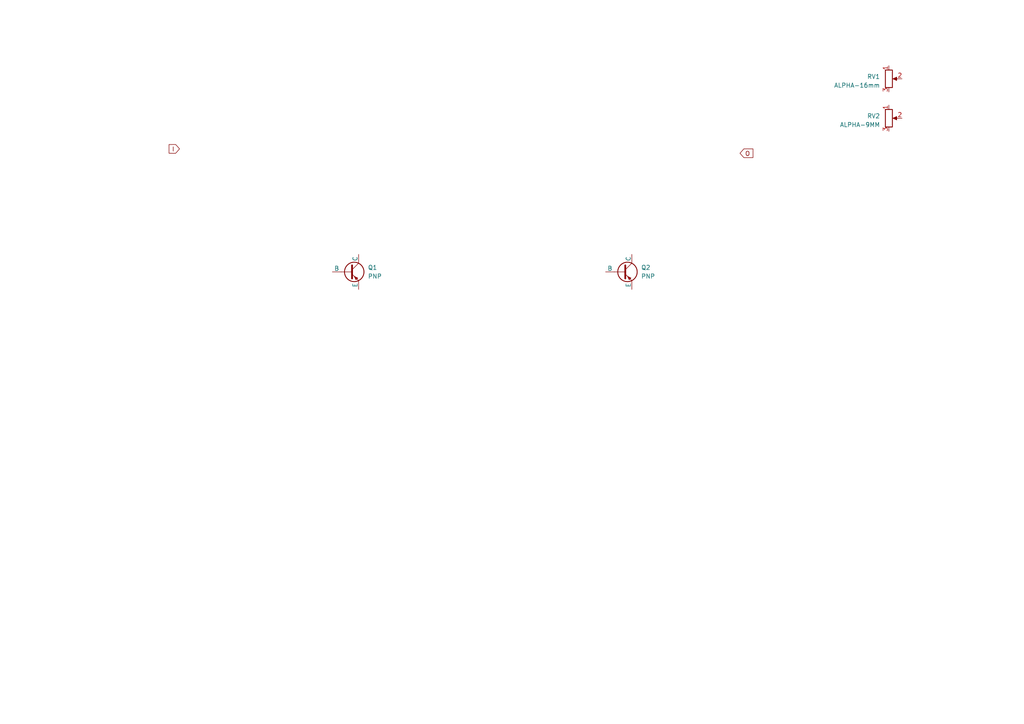
<source format=kicad_sch>
(kicad_sch (version 20230121) (generator eeschema)
  (paper "A4")
  (lib_symbols
    (symbol "Device:R_Potentiometer" (pin_names (offset 1.016) hide)
      (property "Reference" "RV" (at -4.445 0 90))
      (property "Value" "R_Potentiometer" (at -2.54 0 90))
      (symbol "R_Potentiometer_0_1"
        (polyline (pts (xy 2.54 0) (xy 1.524 0)))
        (polyline (pts (xy 1.143 0) (xy 2.286 0.508) (xy 2.286 -0.508) (xy 1.143 0)) (fill (type outline)))
        (rectangle (start 1.016 2.54) (end -1.016 -2.54) (stroke (width 0.254)))
      )
      (symbol "R_Potentiometer_1_1"
        (pin passive line (at 0 3.81 270) (length 1.27) (name "1") (number "1"))
        (pin passive line (at 3.81 0 180) (length 1.27) (name "2") (number "2"))
        (pin passive line (at 0 -3.81 90) (length 1.27) (name "3") (number "3"))
      )
    )
    (symbol "Simulation_SPICE:PNP" (pin_numbers hide) (pin_names (offset 0))
      (property "Reference" "Q" (at -2.54 7.62 0))
      (property "Value" "PNP" (at -2.54 5.08 0))
      (symbol "PNP_0_1"
        (polyline (pts (xy -2.54 0) (xy 0.635 0)) (stroke (width 0.1524)))
        (polyline (pts (xy 0.635 0.635) (xy 2.54 2.54)))
        (polyline (pts (xy 0.635 -0.635) (xy 2.54 -2.54) (xy 2.54 -2.54)))
        (polyline (pts (xy 0.635 1.905) (xy 0.635 -1.905) (xy 0.635 -1.905)) (stroke (width 0.508)))
        (polyline (pts (xy 2.286 -1.778) (xy 1.778 -2.286) (xy 1.27 -1.27) (xy 2.286 -1.778) (xy 2.286 -1.778)) (fill (type outline)))
        (circle (center 1.27 0) (radius 2.8194) (stroke (width 0.254)))
      )
      (symbol "PNP_1_1"
        (pin open_collector line (at 2.54 5.08 270) (length 2.54) (name "C") (number "1"))
        (pin input line (at -5.08 0 0) (length 2.54) (name "B") (number "2"))
        (pin open_emitter line (at 2.54 -5.08 90) (length 2.54) (name "E") (number "3"))
      )
    )
  )
  (image (at -136.906 101.981) (scale 3.15789))
  (global_label "O" (shape input) (at 214.63 44.45 0) (property "Intersheetrefs" "${INTERSHEET_REFS}" (effects hide)))
  (global_label "I" (shape input) (at 52.07 43.18 180) (property "Intersheetrefs" "${INTERSHEET_REFS}" (effects hide)))
  (symbol (lib_id "Device:R_Potentiometer") (at 257.81 34.29 0) (unit 1)
    (property "Reference" "RV2" (at 255.27 33.655 0) (effects (justify right)))
    (property "Value" "ALPHA-9MM" (at 255.27 36.195 0) (effects (justify right)))
    (property "Footprint" "Potentiometer_THT:Potentiometer_Alpha_RD901F-40-00D_Single_Vertical" (effects hide))
  )
  (symbol (lib_id "Device:R_Potentiometer") (at 257.81 22.86 0) (unit 1)
    (property "Reference" "RV1" (at 255.27 22.225 0) (effects (justify right)))
    (property "Value" "ALPHA-16mm" (at 255.27 24.765 0) (effects (justify right)))
    (property "Footprint" "Pedal-Components:Potentiometer_ALPHA_RV16106N" (effects hide))
  )
  (symbol (lib_id "Simulation_SPICE:PNP") (at 180.721 78.867 0) (unit 1)
    (property "Reference" "Q2" (at 185.928 77.597 0) (effects (justify left)))
    (property "Value" "PNP" (at 185.928 80.137 0) (effects (justify left)))
    (property "Sim.Device" "PNP" (effects hide))
    (property "Sim.Type" "GUMMELPOON" (effects hide))
    (property "Sim.Pins" "1=C 2=B 3=E" (effects hide))
  )
  (symbol (lib_id "Simulation_SPICE:PNP") (at 101.473 78.867 0) (unit 1)
    (property "Reference" "Q1" (at 106.68 77.597 0) (effects (justify left)))
    (property "Value" "PNP" (at 106.68 80.137 0) (effects (justify left)))
    (property "Sim.Device" "PNP" (effects hide))
    (property "Sim.Type" "GUMMELPOON" (effects hide))
    (property "Sim.Pins" "1=C 2=B 3=E" (effects hide))
  )
  (sheet (at 21.59 246.38) (size 59.69 39.37) (stroke (width 0.1524))
    (property "Sheetname" "Hardware" (at 21.59 245.6684 0) (effects (justify left bottom)))
    (property "Sheetfile" "untitled.kicad_sch" (at 21.59 286.3346 0) (effects (justify left top)))
  )
)
</source>
